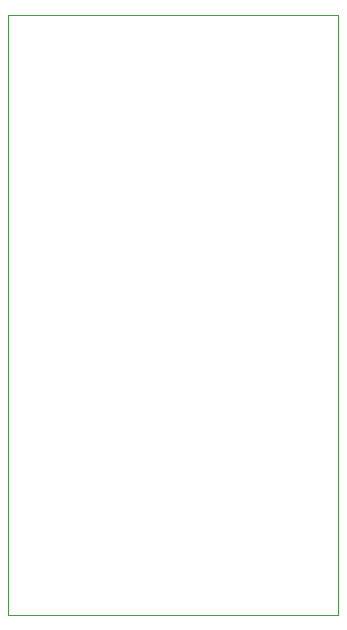
<source format=gbr>
%TF.GenerationSoftware,Altium Limited,Altium Designer,23.3.1 (30)*%
G04 Layer_Color=0*
%FSLAX45Y45*%
%MOMM*%
%TF.SameCoordinates,796C1B80-4156-4CD7-A6E5-B9CE5994D65D*%
%TF.FilePolarity,Positive*%
%TF.FileFunction,Profile,NP*%
%TF.Part,Single*%
G01*
G75*
%TA.AperFunction,Profile*%
%ADD38C,0.02540*%
D38*
X7620000Y5588000D02*
X10414000D01*
Y10668000D01*
X7620000D01*
Y5588000D01*
%TF.MD5,a56bde11a611081fda288c1ad1c2d6da*%
M02*

</source>
